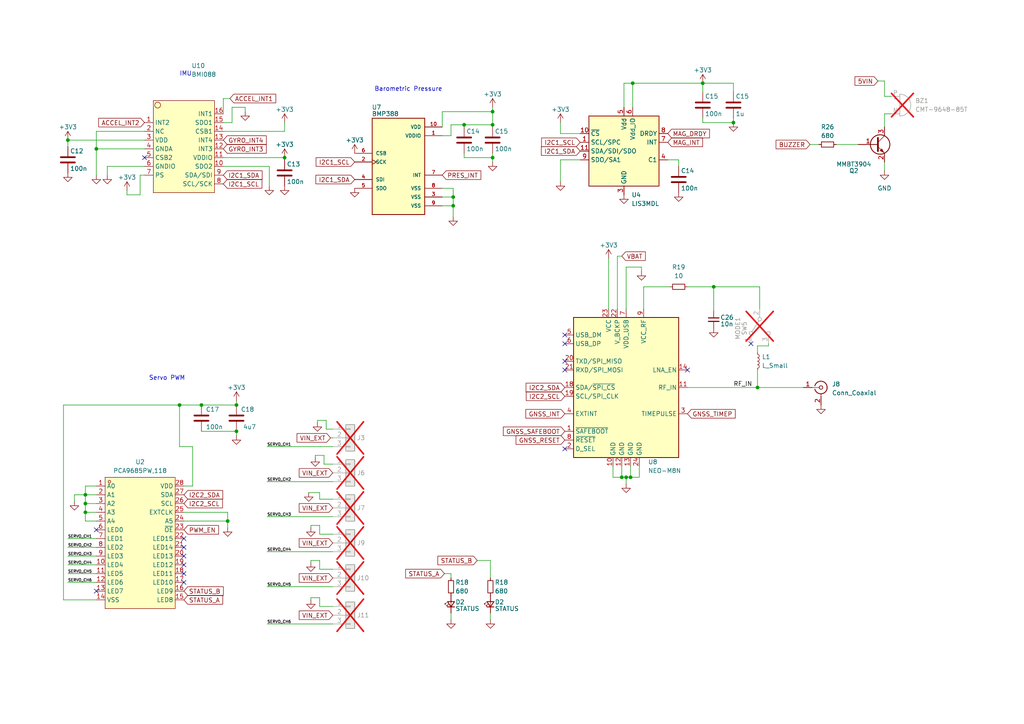
<source format=kicad_sch>
(kicad_sch (version 20230121) (generator eeschema)
  (paper "A4")
  (lib_symbols
    (symbol "Connector:Conn_Coaxial" (pin_names (offset 1.016) hide)
      (property "Reference" "J" (at 0.254 3.048 0))
      (property "Value" "Conn_Coaxial" (at 2.921 0 90))
      (symbol "Conn_Coaxial_0_1"
        (arc (start -1.778 -0.508) (mid 0.2311 -1.8066) (end 1.778 0) (stroke (width 0.254)))
        (polyline (pts (xy -2.54 0) (xy -0.508 0)))
        (polyline (pts (xy 0 -2.54) (xy 0 -1.778)))
        (circle (center 0 0) (radius 0.508) (stroke (width 0.2032)))
        (arc (start 1.778 0) (mid 0.2099 1.8101) (end -1.778 0.508) (stroke (width 0.254)))
      )
      (symbol "Conn_Coaxial_1_1"
        (pin passive line (at -5.08 0 0) (length 2.54) (name "In") (number "1"))
        (pin passive line (at 0 -5.08 90) (length 2.54) (name "Ext") (number "2"))
      )
    )
    (symbol "Connector_Generic:Conn_01x03" (pin_names (offset 1.016) hide)
      (property "Reference" "J" (at 0 5.08 0))
      (property "Value" "Conn_01x03" (at 0 -5.08 0))
      (symbol "Conn_01x03_1_1"
        (rectangle (start -1.27 -2.413) (end 0 -2.667) (stroke (width 0.1524)))
        (rectangle (start -1.27 0.127) (end 0 -0.127) (stroke (width 0.1524)))
        (rectangle (start -1.27 2.667) (end 0 2.413) (stroke (width 0.1524)))
        (rectangle (start -1.27 3.81) (end 1.27 -3.81) (stroke (width 0.254)) (fill (type background)))
        (pin passive line (at -5.08 2.54 0) (length 3.81) (name "Pin_1") (number "1"))
        (pin passive line (at -5.08 0 0) (length 3.81) (name "Pin_2") (number "2"))
        (pin passive line (at -5.08 -2.54 0) (length 3.81) (name "Pin_3") (number "3"))
      )
    )
    (symbol "Device:Buzzer" (pin_names (offset 0.0254) hide)
      (property "Reference" "BZ1" (at 4.445 1.27 0))
      (property "Value" "CMT-9648-85T" (at 4.445 -1.27 0))
      (symbol "Buzzer_0_1"
        (arc (start 0 -3.175) (mid 3.1612 0) (end 0 3.175))
        (polyline (pts (xy -1.651 1.905) (xy -1.143 1.905)))
        (polyline (pts (xy -1.397 2.159) (xy -1.397 1.651)))
        (polyline (pts (xy 0 3.175) (xy 0 -3.175)))
      )
      (symbol "Buzzer_1_1"
        (pin passive line (at -2.54 -2.54 0) (length 2.54) (name "+") (number "N"))
        (pin passive line (at -2.54 2.54 0) (length 2.54) (name "-") (number "P"))
      )
    )
    (symbol "Device:C" (pin_numbers hide) (pin_names (offset 0.254))
      (property "Reference" "C" (at 0.635 2.54 0))
      (property "Value" "C" (at 0.635 -2.54 0))
      (symbol "C_0_1"
        (polyline (pts (xy -2.032 -0.762) (xy 2.032 -0.762)) (stroke (width 0.508)))
        (polyline (pts (xy -2.032 0.762) (xy 2.032 0.762)) (stroke (width 0.508)))
      )
      (symbol "C_1_1"
        (pin passive line (at 0 3.81 270) (length 2.794) (name "~") (number "1"))
        (pin passive line (at 0 -3.81 90) (length 2.794) (name "~") (number "2"))
      )
    )
    (symbol "Device:C_Small" (pin_numbers hide) (pin_names (offset 0.254) hide)
      (property "Reference" "C" (at 0.254 1.778 0))
      (property "Value" "C_Small" (at 0.254 -2.032 0))
      (symbol "C_Small_0_1"
        (polyline (pts (xy -1.524 -0.508) (xy 1.524 -0.508)) (stroke (width 0.3302)))
        (polyline (pts (xy -1.524 0.508) (xy 1.524 0.508)) (stroke (width 0.3048)))
      )
      (symbol "C_Small_1_1"
        (pin passive line (at 0 2.54 270) (length 2.032) (name "~") (number "1"))
        (pin passive line (at 0 -2.54 90) (length 2.032) (name "~") (number "2"))
      )
    )
    (symbol "Device:LED_Small" (pin_numbers hide) (pin_names (offset 0.254) hide)
      (property "Reference" "D" (at -1.27 3.175 0))
      (property "Value" "LED_Small" (at -4.445 -2.54 0))
      (symbol "LED_Small_0_1"
        (polyline (pts (xy -0.762 -1.016) (xy -0.762 1.016)) (stroke (width 0.254)))
        (polyline (pts (xy 1.016 0) (xy -0.762 0)))
        (polyline (pts (xy 0.762 -1.016) (xy -0.762 0) (xy 0.762 1.016) (xy 0.762 -1.016)) (stroke (width 0.254)))
        (polyline (pts (xy 0 0.762) (xy -0.508 1.27) (xy -0.254 1.27) (xy -0.508 1.27) (xy -0.508 1.016)))
        (polyline (pts (xy 0.508 1.27) (xy 0 1.778) (xy 0.254 1.778) (xy 0 1.778) (xy 0 1.524)))
      )
      (symbol "LED_Small_1_1"
        (pin passive line (at -2.54 0 0) (length 1.778) (name "K") (number "1"))
        (pin passive line (at 2.54 0 180) (length 1.778) (name "A") (number "2"))
      )
    )
    (symbol "Device:L_Small" (pin_numbers hide) (pin_names (offset 0.254) hide)
      (property "Reference" "L" (at 0.762 1.016 0))
      (property "Value" "L_Small" (at 0.762 -1.016 0))
      (symbol "L_Small_0_1"
        (arc (start 0 -2.032) (mid 0.5058 -1.524) (end 0 -1.016))
        (arc (start 0 -1.016) (mid 0.5058 -0.508) (end 0 0))
        (arc (start 0 0) (mid 0.5058 0.508) (end 0 1.016))
        (arc (start 0 1.016) (mid 0.5058 1.524) (end 0 2.032))
      )
      (symbol "L_Small_1_1"
        (pin passive line (at 0 2.54 270) (length 0.508) (name "~") (number "1"))
        (pin passive line (at 0 -2.54 90) (length 0.508) (name "~") (number "2"))
      )
    )
    (symbol "Device:R_Small" (pin_numbers hide) (pin_names (offset 0.254) hide)
      (property "Reference" "R" (at 0.762 0.508 0))
      (property "Value" "R_Small" (at 0.762 -1.016 0))
      (symbol "R_Small_0_1"
        (rectangle (start -0.762 1.778) (end 0.762 -1.778) (stroke (width 0.2032)))
      )
      (symbol "R_Small_1_1"
        (pin passive line (at 0 2.54 270) (length 0.762) (name "~") (number "1"))
        (pin passive line (at 0 -2.54 90) (length 0.762) (name "~") (number "2"))
      )
    )
    (symbol "RF_GPS:NEO-M8N"
      (property "Reference" "U8" (at 6.35 -21.59 0))
      (property "Value" "NEO-M8N" (at 6.35 -24.13 0))
      (symbol "NEO-M8N_0_1"
        (rectangle (start -15.24 20.32) (end 15.24 -20.32) (stroke (width 0.254)) (fill (type background)))
      )
      (symbol "NEO-M8N_1_1"
        (pin input line (at -17.78 -12.7 0) (length 2.54) (name "~{SAFEBOOT}") (number "1"))
        (pin power_in line (at -3.81 -22.86 90) (length 2.54) (name "GND") (number "10"))
        (pin input line (at 17.78 0 180) (length 2.54) (name "RF_IN") (number "11"))
        (pin power_in line (at -1.27 -22.86 90) (length 2.54) (name "GND") (number "12"))
        (pin power_in line (at 1.27 -22.86 90) (length 2.54) (name "GND") (number "13"))
        (pin output line (at 17.78 5.08 180) (length 2.54) (name "LNA_EN") (number "14"))
        (pin no_connect line (at 15.24 -10.16 180) (length 2.54) hide (name "RESERVED") (number "15"))
        (pin no_connect line (at 15.24 -12.7 180) (length 2.54) hide (name "RESERVED") (number "16"))
        (pin no_connect line (at 15.24 -15.24 180) (length 2.54) hide (name "RESERVED") (number "17"))
        (pin bidirectional line (at -17.78 0 0) (length 2.54) (name "SDA/~{SPI_CS}") (number "18"))
        (pin input line (at -17.78 -2.54 0) (length 2.54) (name "SCL/SPI_CLK") (number "19"))
        (pin input line (at -17.78 -17.78 0) (length 2.54) (name "D_SEL") (number "2"))
        (pin output line (at -17.78 7.62 0) (length 2.54) (name "TXD/SPI_MISO") (number "20"))
        (pin input line (at -17.78 5.08 0) (length 2.54) (name "RXD/SPI_MOSI") (number "21"))
        (pin power_in line (at -2.54 22.86 270) (length 2.54) (name "V_BCKP") (number "22"))
        (pin power_in line (at -5.08 22.86 270) (length 2.54) (name "VCC") (number "23"))
        (pin power_in line (at 3.81 -22.86 90) (length 2.54) (name "GND") (number "24"))
        (pin output line (at 17.78 -7.62 180) (length 2.54) (name "TIMEPULSE") (number "3"))
        (pin input line (at -17.78 -7.62 0) (length 2.54) (name "EXTINT") (number "4"))
        (pin bidirectional line (at -17.78 15.24 0) (length 2.54) (name "USB_DM") (number "5"))
        (pin bidirectional line (at -17.78 12.7 0) (length 2.54) (name "USB_DP") (number "6"))
        (pin power_in line (at 0 22.86 270) (length 2.54) (name "VDD_USB") (number "7"))
        (pin input line (at -17.78 -15.24 0) (length 2.54) (name "~{RESET}") (number "8"))
        (pin power_out line (at 5.08 22.86 270) (length 2.54) (name "VCC_RF") (number "9"))
      )
    )
    (symbol "Sensor_Magnetic:LIS3MDL"
      (property "Reference" "U" (at -8.89 11.43 0))
      (property "Value" "LIS3MDL" (at 7.62 11.43 0))
      (symbol "LIS3MDL_0_1"
        (rectangle (start -10.16 10.16) (end 10.16 -10.16) (stroke (width 0.254)) (fill (type background)))
      )
      (symbol "LIS3MDL_1_1"
        (pin input line (at -12.7 2.54 0) (length 2.54) (name "SCL/SPC") (number "1"))
        (pin input line (at -12.7 5.08 0) (length 2.54) (name "~{CS}") (number "10"))
        (pin bidirectional line (at -12.7 0 0) (length 2.54) (name "SDA/SDI/SDO") (number "11"))
        (pin passive line (at 0 -12.7 90) (length 2.54) hide (name "GND") (number "12"))
        (pin passive line (at 0 -12.7 90) (length 2.54) hide (name "GND") (number "2"))
        (pin power_in line (at 0 -12.7 90) (length 2.54) (name "GND") (number "3"))
        (pin power_out line (at 12.7 -2.54 180) (length 2.54) (name "C1") (number "4"))
        (pin power_in line (at 0 12.7 270) (length 2.54) (name "Vdd") (number "5"))
        (pin power_in line (at 2.54 12.7 270) (length 2.54) (name "Vdd_IO") (number "6"))
        (pin output line (at 12.7 2.54 180) (length 2.54) (name "INT") (number "7"))
        (pin output line (at 12.7 5.08 180) (length 2.54) (name "DRDY") (number "8"))
        (pin bidirectional line (at -12.7 -2.54 0) (length 2.54) (name "SDO/SA1") (number "9"))
      )
    )
    (symbol "Switch:SW_SPDT" (pin_names (offset 0) hide)
      (property "Reference" "SW" (at 0 4.318 0))
      (property "Value" "SW_SPDT" (at 0 -5.08 0))
      (symbol "SW_SPDT_0_0"
        (circle (center -2.032 0) (radius 0.508))
        (circle (center 2.032 -2.54) (radius 0.508))
      )
      (symbol "SW_SPDT_0_1"
        (polyline (pts (xy -1.524 0.254) (xy 1.651 2.286)))
        (circle (center 2.032 2.54) (radius 0.508))
      )
      (symbol "SW_SPDT_1_1"
        (pin passive line (at 5.08 2.54 180) (length 2.54) (name "A") (number "1"))
        (pin passive line (at -5.08 0 0) (length 2.54) (name "B") (number "2"))
        (pin passive line (at 5.08 -2.54 180) (length 2.54) (name "C") (number "3"))
      )
    )
    (symbol "Transistor_BJT:MMBT3904" (pin_names (offset 0) hide)
      (property "Reference" "Q" (at 5.08 1.905 0))
      (property "Value" "MMBT3904" (at 5.08 0 0))
      (symbol "MMBT3904_0_1"
        (polyline (pts (xy 0.635 0.635) (xy 2.54 2.54)))
        (polyline (pts (xy 0.635 -0.635) (xy 2.54 -2.54) (xy 2.54 -2.54)))
        (polyline (pts (xy 0.635 1.905) (xy 0.635 -1.905) (xy 0.635 -1.905)) (stroke (width 0.508)))
        (polyline (pts (xy 1.27 -1.778) (xy 1.778 -1.27) (xy 2.286 -2.286) (xy 1.27 -1.778) (xy 1.27 -1.778)) (fill (type outline)))
        (circle (center 1.27 0) (radius 2.8194) (stroke (width 0.254)))
      )
      (symbol "MMBT3904_1_1"
        (pin input line (at -5.08 0 0) (length 5.715) (name "B") (number "1"))
        (pin passive line (at 2.54 -5.08 90) (length 2.54) (name "E") (number "2"))
        (pin passive line (at 2.54 5.08 270) (length 2.54) (name "C") (number "3"))
      )
    )
    (symbol "ofc_sym:BMI088"
      (property "Reference" "U10" (at 2.1941 24.13 0))
      (property "Value" "BMI088" (at 2.1941 21.59 0))
      (symbol "BMI088_0_1"
        (rectangle (start -8.89 13.97) (end 8.89 -12.7) (fill (type background)))
        (circle (center -7.62 12.7) (radius 0.8497))
        (pin unspecified line (at -11.43 7.62 0) (length 2.54) (name "INT2") (number "1"))
        (pin unspecified line (at 11.43 -5.08 180) (length 2.54) (name "SDO2") (number "10"))
        (pin unspecified line (at 11.43 -2.54 180) (length 2.54) (name "VDDIO") (number "11"))
        (pin unspecified line (at 11.43 0 180) (length 2.54) (name "INT3") (number "12"))
        (pin unspecified line (at 11.43 2.54 180) (length 2.54) (name "INT4") (number "13"))
        (pin unspecified line (at 11.43 5.08 180) (length 2.54) (name "CSB1") (number "14"))
        (pin unspecified line (at 11.43 7.62 180) (length 2.54) (name "SDO1") (number "15"))
        (pin unspecified line (at 11.43 10.16 180) (length 2.54) (name "INT1") (number "16"))
        (pin unspecified line (at -11.43 5.08 0) (length 2.54) (name "NC") (number "2"))
        (pin unspecified line (at -11.43 2.54 0) (length 2.54) (name "VDD") (number "3"))
        (pin unspecified line (at -11.43 0 0) (length 2.54) (name "GNDA") (number "4"))
        (pin unspecified line (at -11.43 -2.54 0) (length 2.54) (name "CSB2") (number "5"))
        (pin unspecified line (at -11.43 -5.08 0) (length 2.54) (name "GNDIO") (number "6"))
        (pin unspecified line (at -11.43 -7.62 0) (length 2.54) (name "PS") (number "7"))
        (pin unspecified line (at 11.43 -10.16 180) (length 2.54) (name "SCL/SCK") (number "8"))
        (pin unspecified line (at 11.43 -7.62 180) (length 2.54) (name "SDA/SDI") (number "9"))
      )
    )
    (symbol "ofc_sym:PCA9685PW,118"
      (property "Reference" "U" (at 0 21.59 0))
      (property "Value" "PCA9685PW,118" (at 0 -21.59 0))
      (symbol "PCA9685PW,118_0_1"
        (rectangle (start -10.16 19.05) (end 10.16 -19.05) (fill (type background)))
        (circle (center -8.89 17.78) (radius 0.38))
        (pin unspecified line (at -12.7 16.51 0) (length 2.54) (name "A0") (number "1"))
        (pin unspecified line (at -12.7 -6.35 0) (length 2.54) (name "LED4") (number "10"))
        (pin unspecified line (at -12.7 -8.89 0) (length 2.54) (name "LED5") (number "11"))
        (pin unspecified line (at -12.7 -11.43 0) (length 2.54) (name "LED6") (number "12"))
        (pin unspecified line (at -12.7 -13.97 0) (length 2.54) (name "LED7") (number "13"))
        (pin unspecified line (at -12.7 -16.51 0) (length 2.54) (name "VSS") (number "14"))
        (pin unspecified line (at 12.7 -16.51 180) (length 2.54) (name "LED8") (number "15"))
        (pin unspecified line (at 12.7 -13.97 180) (length 2.54) (name "LED9") (number "16"))
        (pin unspecified line (at 12.7 -11.43 180) (length 2.54) (name "LED10") (number "17"))
        (pin unspecified line (at 12.7 -8.89 180) (length 2.54) (name "LED11") (number "18"))
        (pin unspecified line (at 12.7 -6.35 180) (length 2.54) (name "LED12") (number "19"))
        (pin unspecified line (at -12.7 13.97 0) (length 2.54) (name "A1") (number "2"))
        (pin unspecified line (at 12.7 -3.81 180) (length 2.54) (name "LED13") (number "20"))
        (pin unspecified line (at 12.7 -1.27 180) (length 2.54) (name "LED14") (number "21"))
        (pin unspecified line (at 12.7 1.27 180) (length 2.54) (name "LED15") (number "22"))
        (pin unspecified line (at 12.7 3.81 180) (length 2.54) (name "~{OE}") (number "23"))
        (pin unspecified line (at 12.7 6.35 180) (length 2.54) (name "A5") (number "24"))
        (pin unspecified line (at 12.7 8.89 180) (length 2.54) (name "EXTCLK") (number "25"))
        (pin unspecified line (at 12.7 11.43 180) (length 2.54) (name "SCL") (number "26"))
        (pin unspecified line (at 12.7 13.97 180) (length 2.54) (name "SDA") (number "27"))
        (pin unspecified line (at 12.7 16.51 180) (length 2.54) (name "VDD") (number "28"))
        (pin unspecified line (at -12.7 11.43 0) (length 2.54) (name "A2") (number "3"))
        (pin unspecified line (at -12.7 8.89 0) (length 2.54) (name "A3") (number "4"))
        (pin unspecified line (at -12.7 6.35 0) (length 2.54) (name "A4") (number "5"))
        (pin unspecified line (at -12.7 3.81 0) (length 2.54) (name "LED0") (number "6"))
        (pin unspecified line (at -12.7 1.27 0) (length 2.54) (name "LED1") (number "7"))
        (pin unspecified line (at -12.7 -1.27 0) (length 2.54) (name "LED2") (number "8"))
        (pin unspecified line (at -12.7 -3.81 0) (length 2.54) (name "LED3") (number "9"))
      )
    )
    (symbol "ollyfc:BMP388" (pin_names (offset 1.016))
      (property "Reference" "U4" (at -6.35 18.415 0))
      (property "Value" "BMP388" (at -3.81 16.51 0))
      (symbol "BMP388_0_0"
        (rectangle (start -7.62 15.24) (end 7.62 -12.7) (stroke (width 0.254)) (fill (type background)))
        (pin power_in line (at 12.7 10.16 180) (length 5.08) (name "VDDIO") (number "1"))
        (pin power_in line (at 12.7 12.7 180) (length 5.08) (name "VDD") (number "10"))
        (pin input clock (at -12.7 2.54 0) (length 5.08) (name "SCK") (number "2"))
        (pin power_in line (at 12.7 -7.62 180) (length 5.08) (name "VSS") (number "3"))
        (pin bidirectional line (at -12.7 -2.54 0) (length 5.08) (name "SDI") (number "4"))
        (pin bidirectional line (at -12.7 -5.08 0) (length 5.08) (name "SDO") (number "5"))
        (pin input line (at -12.7 5.08 0) (length 5.08) (name "CSB") (number "6"))
        (pin output line (at 12.7 -1.27 180) (length 5.08) (name "INT") (number "7"))
        (pin power_in line (at 12.7 -5.08 180) (length 5.08) (name "VSS") (number "8"))
        (pin power_in line (at 12.7 -10.16 180) (length 5.08) (name "VSS") (number "9"))
      )
    )
    (symbol "power:+3V3" (power) (pin_names (offset 0))
      (property "Value" "+3V3" (at 0 3.556 0))
      (symbol "+3V3_0_1"
        (polyline (pts (xy -0.762 1.27) (xy 0 2.54)))
        (polyline (pts (xy 0 0) (xy 0 2.54)))
        (polyline (pts (xy 0 2.54) (xy 0.762 1.27)))
      )
      (symbol "+3V3_1_1"
        (pin power_in line (at 0 0 90) (length 0) hide (name "+3V3") (number "1"))
      )
    )
    (symbol "power:GND" (power) (pin_names (offset 0))
      (property "Value" "GND" (at 0 -3.81 0))
      (symbol "GND_0_1"
        (polyline (pts (xy 0 0) (xy 0 -1.27) (xy 1.27 -1.27) (xy 0 -2.54) (xy -1.27 -1.27) (xy 0 -1.27)))
      )
      (symbol "GND_1_1"
        (pin power_in line (at 0 0 270) (length 0) hide (name "GND") (number "1"))
      )
    )
  )
  (junction (at 142.875 45.72))
  (junction (at 82.55 45.72))
  (junction (at 182.88 138.43))
  (junction (at 207.01 83.185))
  (junction (at 66.04 151.13))
  (junction (at 131.445 59.69))
  (junction (at 212.725 35.56))
  (junction (at 142.875 32.385))
  (junction (at 68.58 117.475))
  (junction (at 219.71 112.395))
  (junction (at 19.685 40.64))
  (junction (at 183.515 24.13))
  (junction (at 134.62 36.195))
  (junction (at 68.58 125.095))
  (junction (at 24.765 143.51))
  (junction (at 52.07 117.475))
  (junction (at 27.94 43.18))
  (junction (at 203.835 24.13))
  (junction (at 142.875 36.195))
  (junction (at 180.34 138.43))
  (junction (at 24.765 148.59))
  (junction (at 58.42 117.475))
  (junction (at 131.445 57.15))
  (junction (at 181.61 138.43))
  (junction (at 24.765 146.05))
  (no_connect (at 41.91 45.72))
  (no_connect (at 27.94 153.67))
  (no_connect (at 53.34 166.37))
  (no_connect (at 163.83 130.175))
  (no_connect (at 163.83 107.315))
  (no_connect (at 53.34 156.21))
  (no_connect (at 163.83 104.775))
  (no_connect (at 53.34 168.91))
  (no_connect (at 199.39 107.315))
  (no_connect (at 163.83 97.155))
  (no_connect (at 53.34 161.29))
  (no_connect (at 163.83 99.695))
  (no_connect (at 217.805 99.695))
  (no_connect (at 53.34 163.83))
  (no_connect (at 27.94 171.45))
  (no_connect (at 53.34 158.75))
  (wire (pts (xy 222.885 99.695) (xy 222.885 100.33)))
  (wire (pts (xy 183.515 24.13) (xy 203.835 24.13)))
  (wire (pts (xy 92.71 144.78) (xy 92.71 142.875)))
  (wire (pts (xy 67.31 31.115) (xy 71.12 31.115)))
  (wire (pts (xy 77.47 160.02) (xy 96.52 160.02)))
  (wire (pts (xy 19.685 166.37) (xy 27.94 166.37)))
  (wire (pts (xy 64.77 35.56) (xy 67.31 35.56)))
  (wire (pts (xy 89.535 142.875) (xy 92.71 142.875)))
  (wire (pts (xy 142.875 36.195) (xy 142.875 36.83)))
  (wire (pts (xy 64.77 38.1) (xy 82.55 38.1)))
  (wire (pts (xy 91.44 132.08) (xy 91.44 132.715)))
  (wire (pts (xy 212.725 26.67) (xy 212.725 24.13)))
  (wire (pts (xy 128.27 32.385) (xy 142.875 32.385)))
  (wire (pts (xy 219.71 107.315) (xy 219.71 112.395)))
  (wire (pts (xy 68.58 116.205) (xy 68.58 117.475)))
  (wire (pts (xy 183.515 24.13) (xy 183.515 31.115)))
  (wire (pts (xy 66.04 151.13) (xy 66.04 153.035)))
  (wire (pts (xy 24.765 143.51) (xy 24.765 140.97)))
  (wire (pts (xy 24.765 143.51) (xy 27.94 143.51)))
  (wire (pts (xy 19.685 161.29) (xy 27.94 161.29)))
  (wire (pts (xy 142.875 44.45) (xy 142.875 45.72)))
  (wire (pts (xy 58.42 125.095) (xy 68.58 125.095)))
  (wire (pts (xy 186.69 83.185) (xy 186.69 89.535)))
  (wire (pts (xy 92.71 175.895) (xy 92.71 173.355)))
  (wire (pts (xy 162.56 46.355) (xy 162.56 52.705)))
  (wire (pts (xy 90.17 162.56) (xy 90.17 163.195)))
  (wire (pts (xy 64.77 28.575) (xy 64.77 33.02)))
  (wire (pts (xy 31.115 48.26) (xy 31.115 50.8)))
  (wire (pts (xy 128.905 166.37) (xy 130.81 166.37)))
  (wire (pts (xy 71.12 31.115) (xy 71.12 32.385)))
  (wire (pts (xy 258.445 27.94) (xy 256.54 27.94)))
  (wire (pts (xy 24.765 151.13) (xy 24.765 148.59)))
  (wire (pts (xy 142.24 162.56) (xy 142.24 167.64)))
  (wire (pts (xy 94.615 124.46) (xy 94.615 121.92)))
  (wire (pts (xy 40.64 50.8) (xy 40.64 56.515)))
  (wire (pts (xy 179.07 74.295) (xy 180.34 74.295)))
  (wire (pts (xy 92.71 152.4) (xy 90.17 152.4)))
  (wire (pts (xy 77.47 139.7) (xy 96.52 139.7)))
  (wire (pts (xy 193.675 46.355) (xy 196.85 46.355)))
  (wire (pts (xy 185.42 138.43) (xy 182.88 138.43)))
  (wire (pts (xy 128.27 54.61) (xy 131.445 54.61)))
  (wire (pts (xy 27.94 173.99) (xy 18.415 173.99)))
  (wire (pts (xy 27.94 50.8) (xy 27.94 43.18)))
  (wire (pts (xy 77.47 170.18) (xy 96.52 170.18)))
  (wire (pts (xy 134.62 36.195) (xy 134.62 36.83)))
  (wire (pts (xy 176.53 74.93) (xy 176.53 89.535)))
  (wire (pts (xy 142.875 46.99) (xy 142.875 45.72)))
  (wire (pts (xy 18.415 173.99) (xy 18.415 117.475)))
  (wire (pts (xy 92.71 162.56) (xy 90.17 162.56)))
  (wire (pts (xy 36.83 55.245) (xy 36.83 56.515)))
  (wire (pts (xy 142.875 31.115) (xy 142.875 32.385)))
  (wire (pts (xy 24.765 146.05) (xy 24.765 143.51)))
  (wire (pts (xy 19.685 163.83) (xy 27.94 163.83)))
  (wire (pts (xy 203.835 34.29) (xy 203.835 35.56)))
  (wire (pts (xy 24.765 148.59) (xy 24.765 146.05)))
  (wire (pts (xy 256.54 23.495) (xy 256.54 27.94)))
  (wire (pts (xy 131.445 57.15) (xy 131.445 59.69)))
  (wire (pts (xy 93.98 132.08) (xy 91.44 132.08)))
  (wire (pts (xy 234.95 41.91) (xy 237.49 41.91)))
  (wire (pts (xy 186.055 77.47) (xy 186.055 78.74)))
  (wire (pts (xy 256.54 33.02) (xy 258.445 33.02)))
  (wire (pts (xy 142.875 32.385) (xy 142.875 36.195)))
  (wire (pts (xy 220.345 89.535) (xy 220.345 83.185)))
  (wire (pts (xy 219.71 100.33) (xy 219.71 102.235)))
  (wire (pts (xy 24.765 140.97) (xy 27.94 140.97)))
  (wire (pts (xy 41.91 40.64) (xy 19.685 40.64)))
  (wire (pts (xy 41.91 50.8) (xy 40.64 50.8)))
  (wire (pts (xy 96.52 144.78) (xy 92.71 144.78)))
  (wire (pts (xy 27.94 43.18) (xy 41.91 43.18)))
  (wire (pts (xy 92.71 165.1) (xy 92.71 162.56)))
  (wire (pts (xy 207.01 83.185) (xy 220.345 83.185)))
  (wire (pts (xy 128.27 59.69) (xy 131.445 59.69)))
  (wire (pts (xy 168.275 38.735) (xy 162.56 38.735)))
  (wire (pts (xy 207.01 83.185) (xy 207.01 90.17)))
  (wire (pts (xy 162.56 35.56) (xy 162.56 38.735)))
  (wire (pts (xy 53.34 148.59) (xy 66.04 148.59)))
  (wire (pts (xy 41.91 38.1) (xy 27.94 38.1)))
  (wire (pts (xy 92.075 121.92) (xy 92.075 122.555)))
  (wire (pts (xy 180.975 31.115) (xy 180.975 24.13)))
  (wire (pts (xy 181.61 138.43) (xy 181.61 140.335)))
  (wire (pts (xy 21.59 143.51) (xy 24.765 143.51)))
  (wire (pts (xy 219.71 112.395) (xy 233.045 112.395)))
  (wire (pts (xy 96.52 165.1) (xy 92.71 165.1)))
  (wire (pts (xy 203.835 24.13) (xy 203.835 26.67)))
  (wire (pts (xy 130.81 177.8) (xy 130.81 179.705)))
  (wire (pts (xy 58.42 117.475) (xy 68.58 117.475)))
  (wire (pts (xy 66.04 148.59) (xy 66.04 151.13)))
  (wire (pts (xy 90.17 152.4) (xy 90.17 153.035)))
  (wire (pts (xy 52.07 129.54) (xy 52.07 117.475)))
  (wire (pts (xy 256.54 23.495) (xy 254.635 23.495)))
  (wire (pts (xy 55.88 140.97) (xy 55.88 129.54)))
  (wire (pts (xy 130.81 36.195) (xy 130.81 39.37)))
  (wire (pts (xy 66.675 28.575) (xy 64.77 28.575)))
  (wire (pts (xy 27.94 38.1) (xy 27.94 43.18)))
  (wire (pts (xy 93.98 134.62) (xy 93.98 132.08)))
  (wire (pts (xy 142.24 177.8) (xy 142.24 179.705)))
  (wire (pts (xy 18.415 117.475) (xy 52.07 117.475)))
  (wire (pts (xy 138.43 162.56) (xy 142.24 162.56)))
  (wire (pts (xy 128.27 57.15) (xy 131.445 57.15)))
  (wire (pts (xy 134.62 44.45) (xy 134.62 45.72)))
  (wire (pts (xy 185.42 135.255) (xy 185.42 138.43)))
  (wire (pts (xy 92.71 154.94) (xy 92.71 152.4)))
  (wire (pts (xy 182.88 138.43) (xy 181.61 138.43)))
  (wire (pts (xy 82.55 45.72) (xy 82.55 46.355)))
  (wire (pts (xy 131.445 59.69) (xy 131.445 62.865)))
  (wire (pts (xy 256.54 46.99) (xy 256.54 49.53)))
  (wire (pts (xy 194.31 83.185) (xy 186.69 83.185)))
  (wire (pts (xy 203.835 24.13) (xy 212.725 24.13)))
  (wire (pts (xy 77.47 149.86) (xy 96.52 149.86)))
  (wire (pts (xy 92.71 173.355) (xy 90.17 173.355)))
  (wire (pts (xy 181.61 138.43) (xy 180.34 138.43)))
  (wire (pts (xy 96.52 154.94) (xy 92.71 154.94)))
  (wire (pts (xy 212.725 35.56) (xy 212.725 34.29)))
  (wire (pts (xy 180.34 138.43) (xy 177.8 138.43)))
  (wire (pts (xy 199.39 112.395) (xy 219.71 112.395)))
  (wire (pts (xy 27.94 151.13) (xy 24.765 151.13)))
  (wire (pts (xy 82.55 35.56) (xy 82.55 38.1)))
  (wire (pts (xy 64.77 45.72) (xy 82.55 45.72)))
  (wire (pts (xy 199.39 83.185) (xy 207.01 83.185)))
  (wire (pts (xy 94.615 121.92) (xy 92.075 121.92)))
  (wire (pts (xy 134.62 45.72) (xy 142.875 45.72)))
  (wire (pts (xy 40.64 56.515) (xy 36.83 56.515)))
  (wire (pts (xy 78.105 48.26) (xy 64.77 48.26)))
  (wire (pts (xy 78.105 53.975) (xy 78.105 48.26)))
  (wire (pts (xy 181.61 89.535) (xy 181.61 77.47)))
  (wire (pts (xy 53.34 151.13) (xy 66.04 151.13)))
  (wire (pts (xy 90.17 173.355) (xy 90.17 173.99)))
  (wire (pts (xy 77.47 129.54) (xy 96.52 129.54)))
  (wire (pts (xy 96.52 127) (xy 95.885 127)))
  (wire (pts (xy 180.34 135.255) (xy 180.34 138.43)))
  (wire (pts (xy 19.685 156.21) (xy 27.94 156.21)))
  (wire (pts (xy 180.975 24.13) (xy 183.515 24.13)))
  (wire (pts (xy 68.58 125.095) (xy 68.58 126.365)))
  (wire (pts (xy 77.47 180.975) (xy 96.52 180.975)))
  (wire (pts (xy 96.52 175.895) (xy 92.71 175.895)))
  (wire (pts (xy 130.81 36.195) (xy 134.62 36.195)))
  (wire (pts (xy 52.07 117.475) (xy 58.42 117.475)))
  (wire (pts (xy 131.445 54.61) (xy 131.445 57.15)))
  (wire (pts (xy 179.07 74.295) (xy 179.07 89.535)))
  (wire (pts (xy 24.765 148.59) (xy 27.94 148.59)))
  (wire (pts (xy 196.85 46.355) (xy 196.85 48.26)))
  (wire (pts (xy 41.91 48.26) (xy 31.115 48.26)))
  (wire (pts (xy 134.62 36.195) (xy 142.875 36.195)))
  (wire (pts (xy 96.52 134.62) (xy 93.98 134.62)))
  (wire (pts (xy 24.765 146.05) (xy 27.94 146.05)))
  (wire (pts (xy 181.61 77.47) (xy 186.055 77.47)))
  (wire (pts (xy 128.27 32.385) (xy 128.27 36.83)))
  (wire (pts (xy 21.59 145.415) (xy 21.59 143.51)))
  (wire (pts (xy 222.885 100.33) (xy 219.71 100.33)))
  (wire (pts (xy 19.685 158.75) (xy 27.94 158.75)))
  (wire (pts (xy 19.685 40.64) (xy 19.685 42.545)))
  (wire (pts (xy 19.685 168.91) (xy 27.94 168.91)))
  (wire (pts (xy 256.54 36.83) (xy 256.54 33.02)))
  (wire (pts (xy 96.52 124.46) (xy 94.615 124.46)))
  (wire (pts (xy 242.57 41.91) (xy 248.92 41.91)))
  (wire (pts (xy 53.34 140.97) (xy 55.88 140.97)))
  (wire (pts (xy 130.81 166.37) (xy 130.81 167.64)))
  (wire (pts (xy 67.31 35.56) (xy 67.31 31.115)))
  (wire (pts (xy 182.88 135.255) (xy 182.88 138.43)))
  (wire (pts (xy 130.81 39.37) (xy 128.27 39.37)))
  (wire (pts (xy 177.8 138.43) (xy 177.8 135.255)))
  (wire (pts (xy 55.88 129.54) (xy 52.07 129.54)))
  (wire (pts (xy 203.835 35.56) (xy 212.725 35.56)))
  (wire (pts (xy 168.275 46.355) (xy 162.56 46.355)))
  (text "Servo PWM" (at 43.18 110.49 0) (effects (font (size 1.27 1.27)) (justify left bottom)))
  (text "IMU" (at 52.07 22.225 0) (effects (font (size 1.27 1.27)) (justify left bottom)))
  (text "Barometric Pressure" (at 108.585 26.67 0) (effects (font (size 1.27 1.27)) (justify left bottom)))
  (label "SERVO_CH4" (at 19.685 163.83 0) (effects (font (size 0.8 0.8))))
  (label "SERVO_CH2" (at 77.47 139.7 0) (effects (font (size 0.8 0.8))))
  (label "SERVO_CH4" (at 77.47 160.02 0) (effects (font (size 0.8 0.8))))
  (label "SERVO_CH3" (at 19.685 161.29 0) (effects (font (size 0.8 0.8))))
  (label "SERVO_CH5" (at 19.685 166.37 0) (effects (font (size 0.8 0.8))))
  (label "SERVO_CH6" (at 77.47 180.975 0) (effects (font (size 0.8 0.8))))
  (label "SERVO_CH1" (at 19.685 156.21 0) (effects (font (size 0.8 0.8))))
  (label "SERVO_CH2" (at 19.685 158.75 0) (effects (font (size 0.8 0.8))))
  (label "RF_IN" (at 212.725 112.395 0))
  (label "SERVO_CH1" (at 77.47 129.54 0) (effects (font (size 0.8 0.8))))
  (label "SERVO_CH5" (at 77.47 170.18 0) (effects (font (size 0.8 0.8))))
  (label "SERVO_CH3" (at 77.47 149.86 0) (effects (font (size 0.8 0.8))))
  (label "SERVO_CH6" (at 19.685 168.91 0) (effects (font (size 0.8 0.8))))
  (global_label "ACCEL_INT2" (shape input) (at 41.91 35.56 180) (property "Intersheetrefs" "${INTERSHEET_REFS}" (effects hide)))
  (global_label "PRES_INT" (shape input) (at 128.27 50.8 0) (property "Intersheetrefs" "${INTERSHEET_REFS}" (effects hide)))
  (global_label "VIN_EXT" (shape input) (at 96.52 178.435 180) (property "Intersheetrefs" "${INTERSHEET_REFS}" (effects hide)))
  (global_label "ACCEL_INT1" (shape input) (at 66.675 28.575 0) (property "Intersheetrefs" "${INTERSHEET_REFS}" (effects hide)))
  (global_label "I2C1_SDA" (shape input) (at 102.87 52.07 180) (property "Intersheetrefs" "${INTERSHEET_REFS}" (effects hide)))
  (global_label "MAG_INT" (shape input) (at 193.675 41.275 0) (property "Intersheetrefs" "${INTERSHEET_REFS}" (effects hide)))
  (global_label "VIN_EXT" (shape input) (at 96.52 157.48 180) (property "Intersheetrefs" "${INTERSHEET_REFS}" (effects hide)))
  (global_label "BUZZER" (shape input) (at 234.95 41.91 180) (property "Intersheetrefs" "${INTERSHEET_REFS}" (effects hide)))
  (global_label "VIN_EXT" (shape input) (at 95.885 127 180) (property "Intersheetrefs" "${INTERSHEET_REFS}" (effects hide)))
  (global_label "I2C1_SCL" (shape input) (at 168.275 41.275 180) (property "Intersheetrefs" "${INTERSHEET_REFS}" (effects hide)))
  (global_label "I2C1_SCL" (shape input) (at 102.87 46.99 180) (property "Intersheetrefs" "${INTERSHEET_REFS}" (effects hide)))
  (global_label "VIN_EXT" (shape input) (at 96.52 147.32 180) (property "Intersheetrefs" "${INTERSHEET_REFS}" (effects hide)))
  (global_label "VBAT" (shape input) (at 180.34 74.295 0) (property "Intersheetrefs" "${INTERSHEET_REFS}" (effects hide)))
  (global_label "STATUS_A" (shape input) (at 53.34 173.99 0) (property "Intersheetrefs" "${INTERSHEET_REFS}" (effects hide)))
  (global_label "I2C1_SDA" (shape input) (at 64.77 50.8 0) (property "Intersheetrefs" "${INTERSHEET_REFS}" (effects hide)))
  (global_label "GNSS_RESET" (shape input) (at 163.83 127.635 180) (property "Intersheetrefs" "${INTERSHEET_REFS}" (effects hide)))
  (global_label "I2C2_SDA" (shape input) (at 163.83 112.395 180) (property "Intersheetrefs" "${INTERSHEET_REFS}" (effects hide)))
  (global_label "GNSS_INT" (shape input) (at 163.83 120.015 180) (property "Intersheetrefs" "${INTERSHEET_REFS}" (effects hide)))
  (global_label "GNSS_TIMEP" (shape input) (at 199.39 120.015 0) (property "Intersheetrefs" "${INTERSHEET_REFS}" (effects hide)))
  (global_label "STATUS_B" (shape input) (at 53.34 171.45 0) (property "Intersheetrefs" "${INTERSHEET_REFS}" (effects hide)))
  (global_label "GNSS_SAFEBOOT" (shape input) (at 163.83 125.095 180) (property "Intersheetrefs" "${INTERSHEET_REFS}" (effects hide)))
  (global_label "PWM_EN" (shape input) (at 53.34 153.67 0) (property "Intersheetrefs" "${INTERSHEET_REFS}" (effects hide)))
  (global_label "5VIN" (shape input) (at 254.635 23.495 180) (property "Intersheetrefs" "${INTERSHEET_REFS}" (effects hide)))
  (global_label "I2C2_SCL" (shape input) (at 53.34 146.05 0) (property "Intersheetrefs" "${INTERSHEET_REFS}" (effects hide)))
  (global_label "VIN_EXT" (shape input) (at 96.52 137.16 180) (property "Intersheetrefs" "${INTERSHEET_REFS}" (effects hide)))
  (global_label "MAG_DRDY" (shape input) (at 193.675 38.735 0) (property "Intersheetrefs" "${INTERSHEET_REFS}" (effects hide)))
  (global_label "I2C1_SDA" (shape input) (at 168.275 43.815 180) (property "Intersheetrefs" "${INTERSHEET_REFS}" (effects hide)))
  (global_label "GYRO_INT4" (shape input) (at 64.77 40.64 0) (property "Intersheetrefs" "${INTERSHEET_REFS}" (effects hide)))
  (global_label "STATUS_B" (shape input) (at 138.43 162.56 180) (property "Intersheetrefs" "${INTERSHEET_REFS}" (effects hide)))
  (global_label "I2C2_SCL" (shape input) (at 163.83 114.935 180) (property "Intersheetrefs" "${INTERSHEET_REFS}" (effects hide)))
  (global_label "VIN_EXT" (shape input) (at 96.52 167.64 180) (property "Intersheetrefs" "${INTERSHEET_REFS}" (effects hide)))
  (global_label "I2C1_SCL" (shape input) (at 64.77 53.34 0) (property "Intersheetrefs" "${INTERSHEET_REFS}" (effects hide)))
  (global_label "STATUS_A" (shape input) (at 128.905 166.37 180) (property "Intersheetrefs" "${INTERSHEET_REFS}" (effects hide)))
  (global_label "I2C2_SDA" (shape input) (at 53.34 143.51 0) (property "Intersheetrefs" "${INTERSHEET_REFS}" (effects hide)))
  (global_label "GYRO_INT3" (shape input) (at 64.77 43.18 0) (property "Intersheetrefs" "${INTERSHEET_REFS}" (effects hide)))
  (symbol (lib_id "Device:L_Small") (at 219.71 104.775 0) (unit 1)
    (property "Reference" "L1" (at 220.98 103.505 0) (effects (justify left)))
    (property "Value" "L_Small" (at 220.98 106.045 0) (effects (justify left)))
    (property "Footprint" "Inductor_SMD:L_0603_1608Metric" (effects hide))
  )
  (symbol (lib_id "Connector_Generic:Conn_01x03") (at 101.6 178.435 0) (unit 1) (dnp yes)
    (property "Reference" "J11" (at 103.505 178.435 0) (effects (justify left)))
    (property "Value" "Conn_01x03" (effects hide))
    (property "Footprint" "Connector_JST:JST_PH_B3B-PH-K_1x03_P2.00mm_Vertical" (effects hide))
  )
  (symbol (lib_id "power:GND") (at 130.81 179.705 0) (mirror y) (unit 1)
    (property "Reference" "#PWR047" (effects hide))
    (property "Value" "GND" (effects hide))
    (instances (project "ollyfc" (path "" (reference "#PWR047") (unit 1)) (path "" (reference "#PWR046") (unit 1)) (path "" (reference "#PWR050") (unit 1))))
  )
  (symbol (lib_id "Connector_Generic:Conn_01x03") (at 101.6 137.16 0) (unit 1) (dnp yes)
    (property "Reference" "J6" (at 103.505 137.16 0) (effects (justify left)))
    (property "Value" "Conn_01x03" (effects hide))
    (property "Footprint" "Connector_JST:JST_PH_B3B-PH-K_1x03_P2.00mm_Vertical" (effects hide))
  )
  (symbol (lib_id "Sensor_Magnetic:LIS3MDL") (at 180.975 43.815 0) (unit 1)
    (property "Reference" "U4" (at 183.1691 56.515 0) (effects (justify left)))
    (property "Value" "LIS3MDL" (at 183.1691 59.055 0) (effects (justify left)))
    (property "Footprint" "Package_LGA:LGA-12_2x2mm_P0.5mm" (effects hide))
    (property "Datasheet" "https://www.st.com/resource/en/datasheet/lis3mdl.pdf" (effects hide))
  )
  (symbol (lib_id "power:GND") (at 92.075 122.555 0) (unit 1)
    (property "Reference" "#PWR062" (effects hide))
    (property "Value" "GND" (effects hide))
  )
  (symbol (lib_id "power:GND") (at 90.17 163.195 0) (unit 1)
    (property "Reference" "#PWR065" (effects hide))
    (property "Value" "GND" (effects hide))
  )
  (symbol (lib_id "Device:C") (at 142.875 40.64 0) (unit 1)
    (property "Reference" "C15" (at 143.51 38.1 0) (effects (justify left)))
    (property "Value" "100n" (at 143.51 43.18 0) (effects (justify left)))
    (property "Footprint" "Capacitor_SMD:C_0402_1005Metric" (effects hide))
    (instances (project "ollyfc" (path "" (reference "C15") (unit 1)) (path "" (reference "C15") (unit 1))) (project "ollyfc" (path "" (reference "C14") (unit 1))))
  )
  (symbol (lib_id "power:+3V3") (at 68.58 116.205 0) (unit 1)
    (property "Reference" "#PWR020" (effects hide))
    (property "Value" "+3V3" (at 68.58 112.395 0))
  )
  (symbol (lib_id "Device:C_Small") (at 207.01 92.71 0) (unit 1)
    (property "Reference" "C26" (at 208.915 92.075 0) (effects (justify left)))
    (property "Value" "10n" (at 208.915 93.98 0) (effects (justify left)))
    (property "Footprint" "Capacitor_SMD:C_0402_1005Metric" (effects hide))
  )
  (symbol (lib_id "power:+3V3") (at 19.685 40.64 0) (unit 1)
    (property "Reference" "#PWR037" (effects hide))
    (property "Value" "+3V3" (at 19.685 36.83 0))
    (instances (project "ollyfc" (path "" (reference "#PWR037") (unit 1)) (path "" (reference "#PWR082") (unit 1))))
  )
  (symbol (lib_id "power:GND") (at 68.58 126.365 0) (unit 1)
    (property "Reference" "#PWR022" (effects hide))
    (property "Value" "GND" (effects hide))
    (instances (project "ollyfc" (path "" (reference "#PWR022") (unit 1)) (path "" (reference "#PWR022") (unit 1))) (project "ollyfc" (path "" (reference "#PWR020") (unit 1))))
  )
  (symbol (lib_id "power:GND") (at 78.105 53.975 0) (unit 1)
    (property "Reference" "#PWR031" (effects hide))
    (property "Value" "GND" (effects hide))
    (instances (project "ollyfc" (path "" (reference "#PWR031") (unit 1)) (path "" (reference "#PWR094") (unit 1))))
  )
  (symbol (lib_id "power:GND") (at 131.445 62.865 0) (unit 1)
    (property "Reference" "#PWR044" (effects hide))
    (property "Value" "GND" (effects hide))
    (instances (project "ollyfc" (path "" (reference "#PWR044") (unit 1)) (path "" (reference "#PWR044") (unit 1))) (project "ollyfc" (path "" (reference "#PWR023") (unit 1))))
  )
  (symbol (lib_id "power:+3V3") (at 102.87 44.45 0) (unit 1)
    (property "Reference" "#PWR037" (effects hide))
    (property "Value" "+3V3" (at 102.87 40.64 0))
  )
  (symbol (lib_id "power:GND") (at 89.535 142.875 0) (unit 1)
    (property "Reference" "#PWR063" (effects hide))
    (property "Value" "GND" (effects hide))
  )
  (symbol (lib_id "power:GND") (at 256.54 49.53 0) (unit 1)
    (property "Reference" "#PWR077" (effects hide))
    (property "Value" "GND" (at 256.54 54.61 0))
  )
  (symbol (lib_id "Switch:SW_SPDT") (at 220.345 94.615 90) (mirror x) (unit 1) (in_bom no) (dnp yes)
    (property "Reference" "SW5" (at 215.9 95.25 0))
    (property "Value" "MODE1" (at 213.995 95.25 0))
    (property "Footprint" "Button_Switch_SMD:SW_SPDT_PCM12" (effects hide))
    (instances (project "ollyfc" (path "" (reference "SW5") (unit 1)) (path "" (reference "SW6") (unit 1))))
  )
  (symbol (lib_id "power:GND") (at 180.975 56.515 0) (unit 1)
    (property "Reference" "#PWR044" (effects hide))
    (property "Value" "GND" (effects hide))
    (instances (project "ollyfc" (path "" (reference "#PWR044") (unit 1)) (path "" (reference "#PWR056") (unit 1))) (project "ollyfc" (path "" (reference "#PWR023") (unit 1))))
  )
  (symbol (lib_id "power:GND") (at 207.01 95.25 0) (unit 1)
    (property "Reference" "#PWR044" (effects hide))
    (property "Value" "GND" (effects hide))
    (instances (project "ollyfc" (path "" (reference "#PWR044") (unit 1)) (path "" (reference "#PWR088") (unit 1))) (project "ollyfc" (path "" (reference "#PWR023") (unit 1))))
  )
  (symbol (lib_id "Device:C") (at 58.42 121.285 0) (unit 1)
    (property "Reference" "C17" (at 59.69 118.745 0) (effects (justify left)))
    (property "Value" "100n" (at 59.69 123.825 0) (effects (justify left)))
    (property "Footprint" "Capacitor_SMD:C_0402_1005Metric" (effects hide))
    (instances (project "ollyfc" (path "" (reference "C17") (unit 1)) (path "" (reference "C17") (unit 1))) (project "ollyfc" (path "" (reference "C11") (unit 1))))
  )
  (symbol (lib_id "Device:C") (at 68.58 121.285 0) (unit 1)
    (property "Reference" "C18" (at 69.85 118.745 0) (effects (justify left)))
    (property "Value" "4u7" (at 70.485 123.825 0) (effects (justify left)))
    (property "Footprint" "Capacitor_SMD:C_0603_1608Metric" (effects hide))
    (instances (project "ollyfc" (path "" (reference "C18") (unit 1)) (path "" (reference "C18") (unit 1))) (project "ollyfc" (path "" (reference "C12") (unit 1))))
  )
  (symbol (lib_id "power:GND") (at 82.55 53.975 0) (unit 1)
    (property "Reference" "#PWR031" (effects hide))
    (property "Value" "GND" (effects hide))
    (instances (project "ollyfc" (path "" (reference "#PWR031") (unit 1)) (path "" (reference "#PWR079") (unit 1))))
  )
  (symbol (lib_id "Device:C") (at 134.62 40.64 0) (unit 1)
    (property "Reference" "C14" (at 135.255 38.1 0) (effects (justify left)))
    (property "Value" "100n" (at 135.255 43.18 0) (effects (justify left)))
    (property "Footprint" "Capacitor_SMD:C_0402_1005Metric" (effects hide))
    (instances (project "ollyfc" (path "" (reference "C14") (unit 1)) (path "" (reference "C14") (unit 1))) (project "ollyfc" (path "" (reference "C13") (unit 1))))
  )
  (symbol (lib_id "power:GND") (at 186.055 78.74 0) (unit 1)
    (property "Reference" "#PWR044" (effects hide))
    (property "Value" "GND" (effects hide))
    (instances (project "ollyfc" (path "" (reference "#PWR044") (unit 1)) (path "" (reference "#PWR058") (unit 1))) (project "ollyfc" (path "" (reference "#PWR023") (unit 1))))
  )
  (symbol (lib_id "ofc_sym:PCA9685PW,118") (at 40.64 157.48 0) (unit 1)
    (property "Reference" "U2" (at 40.64 133.985 0))
    (property "Value" "PCA9685PW,118" (at 40.64 136.525 0))
    (property "Footprint" "ofc_sym:TSSOP-28_L9.7-W4.4-P0.65-LS6.4-TL" (effects hide))
    (property "LCSC Part" "C2678753" (effects hide))
  )
  (symbol (lib_id "Device:R_Small") (at 130.81 170.18 0) (unit 1)
    (property "Reference" "R18" (at 132.08 168.91 0) (effects (justify left)))
    (property "Value" "680" (at 132.08 171.45 0) (effects (justify left)))
    (property "Footprint" "Resistor_SMD:R_0603_1608Metric" (effects hide))
    (instances (project "ollyfc" (path "" (reference "R18") (unit 1)) (path "" (reference "R13") (unit 1))))
  )
  (symbol (lib_id "Device:LED_Small") (at 142.24 175.26 90) (unit 1)
    (property "Reference" "D2" (at 143.51 174.625 90) (effects (justify right)))
    (property "Value" "STATUS" (at 143.51 176.53 90) (effects (justify right)))
    (property "Footprint" "LED_SMD:LED_0603_1608Metric" (effects hide))
    (instances (project "ollyfc" (path "" (reference "D2") (unit 1)) (path "" (reference "D2") (unit 1)) (path "" (reference "D6") (unit 1))))
  )
  (symbol (lib_id "power:+3V3") (at 36.83 55.245 0) (unit 1)
    (property "Reference" "#PWR037" (effects hide))
    (property "Value" "+3V3" (at 36.83 51.435 0))
    (instances (project "ollyfc" (path "" (reference "#PWR037") (unit 1)) (path "" (reference "#PWR091") (unit 1))))
  )
  (symbol (lib_id "power:GND") (at 91.44 132.715 0) (unit 1)
    (property "Reference" "#PWR060" (effects hide))
    (property "Value" "GND" (effects hide))
  )
  (symbol (lib_id "Device:C") (at 212.725 30.48 0) (unit 1)
    (property "Reference" "C15" (at 213.36 27.94 0) (effects (justify left)))
    (property "Value" "1u" (at 213.36 33.02 0) (effects (justify left)))
    (property "Footprint" "Capacitor_SMD:C_0402_1005Metric" (effects hide))
    (instances (project "ollyfc" (path "" (reference "C15") (unit 1)) (path "" (reference "C22") (unit 1))) (project "ollyfc" (path "" (reference "C14") (unit 1))))
  )
  (symbol (lib_id "power:+3V3") (at 203.835 24.13 0) (unit 1)
    (property "Reference" "#PWR036" (effects hide))
    (property "Value" "+3V3" (at 203.835 20.32 0))
    (instances (project "ollyfc" (path "" (reference "#PWR036") (unit 1)) (path "" (reference "#PWR090") (unit 1))))
  )
  (symbol (lib_id "power:GND") (at 31.115 50.8 0) (unit 1)
    (property "Reference" "#PWR031" (effects hide))
    (property "Value" "GND" (effects hide))
    (instances (project "ollyfc" (path "" (reference "#PWR031") (unit 1)) (path "" (reference "#PWR080") (unit 1))))
  )
  (symbol (lib_id "RF_GPS:NEO-M8N") (at 181.61 112.395 0) (unit 1)
    (property "Reference" "U8" (at 187.96 133.985 0) (effects (justify left)))
    (property "Value" "NEO-M8N" (at 187.96 136.525 0) (effects (justify left)))
    (property "Footprint" "RF_GPS:ublox_NEO" (effects hide))
    (property "Datasheet" "https://content.u-blox.com/sites/default/files/NEO-M8-FW3_DataSheet_UBX-15031086.pdf" (effects hide))
  )
  (symbol (lib_id "power:GND") (at 71.12 32.385 0) (unit 1)
    (property "Reference" "#PWR031" (effects hide))
    (property "Value" "GND" (effects hide))
    (instances (project "ollyfc" (path "" (reference "#PWR031") (unit 1)) (path "" (reference "#PWR093") (unit 1))))
  )
  (symbol (lib_id "power:+3V3") (at 176.53 74.93 0) (unit 1)
    (property "Reference" "#PWR036" (effects hide))
    (property "Value" "+3V3" (at 176.53 71.12 0))
    (instances (project "ollyfc" (path "" (reference "#PWR036") (unit 1)) (path "" (reference "#PWR073") (unit 1))))
  )
  (symbol (lib_id "Connector:Conn_Coaxial") (at 238.125 112.395 0) (unit 1)
    (property "Reference" "J8" (at 241.3 111.4182 0) (effects (justify left)))
    (property "Value" "Conn_Coaxial" (at 241.3 113.9582 0) (effects (justify left)))
    (property "Footprint" "Connector_Coaxial:U.FL_Molex_MCRF_73412-0110_Vertical" (effects hide))
    (property "Datasheet" " ~" (effects hide))
  )
  (symbol (lib_id "Connector_Generic:Conn_01x03") (at 101.6 147.32 0) (unit 1) (dnp yes)
    (property "Reference" "J7" (at 103.505 147.32 0) (effects (justify left)))
    (property "Value" "Conn_01x03" (effects hide))
    (property "Footprint" "Connector_JST:JST_PH_B3B-PH-K_1x03_P2.00mm_Vertical" (effects hide))
  )
  (symbol (lib_id "Device:R_Small") (at 240.03 41.91 90) (unit 1)
    (property "Reference" "R26" (at 240.03 36.83 90))
    (property "Value" "680" (at 240.03 39.37 90))
    (property "Footprint" "Resistor_SMD:R_0603_1608Metric" (effects hide))
  )
  (symbol (lib_id "Transistor_BJT:MMBT3904") (at 254 41.91 0) (unit 1)
    (property "Reference" "Q2" (at 247.65 49.53 0))
    (property "Value" "MMBT3904" (at 247.65 47.625 0))
    (property "Footprint" "Package_TO_SOT_SMD:SOT-23" (effects hide))
    (property "Datasheet" "https://www.onsemi.com/pdf/datasheet/pzt3904-d.pdf" (effects hide))
    (instances (project "ollyfc" (path "" (reference "Q2") (unit 1)) (path "" (reference "Q4") (unit 1))) (project "ollyfc" (path "" (reference "Q1") (unit 1))))
  )
  (symbol (lib_id "power:GND") (at 90.17 153.035 0) (unit 1)
    (property "Reference" "#PWR064" (effects hide))
    (property "Value" "GND" (effects hide))
  )
  (symbol (lib_id "Device:C") (at 203.835 30.48 0) (unit 1)
    (property "Reference" "C15" (at 204.47 27.94 0) (effects (justify left)))
    (property "Value" "100n" (at 204.47 33.02 0) (effects (justify left)))
    (property "Footprint" "Capacitor_SMD:C_0402_1005Metric" (effects hide))
    (instances (project "ollyfc" (path "" (reference "C15") (unit 1)) (path "" (reference "C21") (unit 1))) (project "ollyfc" (path "" (reference "C14") (unit 1))))
  )
  (symbol (lib_id "power:+3V3") (at 142.875 31.115 0) (unit 1)
    (property "Reference" "#PWR036" (effects hide))
    (property "Value" "+3V3" (at 142.875 27.305 0))
  )
  (symbol (lib_id "ofc_sym:BMI088") (at 53.34 43.18 0) (unit 1)
    (property "Reference" "U10" (at 55.5341 19.05 0) (effects (justify left)))
    (property "Value" "BMI088" (at 55.5341 21.59 0) (effects (justify left)))
    (property "Footprint" "ofc_sym:LGA-16_L4.5-W3.0-P0.50-BL" (effects hide))
    (property "Datasheet" "https://lcsc.com/product-detail/Others_Bosch-Sensortec_BMI088_Bosch-Sensortec-BMI088_C194919.html" (effects hide))
    (property "LCSC Part" "C194919" (effects hide))
  )
  (symbol (lib_id "power:GND") (at 66.04 153.035 0) (unit 1)
    (property "Reference" "#PWR022" (effects hide))
    (property "Value" "GND" (effects hide))
    (instances (project "ollyfc" (path "" (reference "#PWR022") (unit 1)) (path "" (reference "#PWR032") (unit 1))) (project "ollyfc" (path "" (reference "#PWR020") (unit 1))))
  )
  (symbol (lib_id "ollyfc:BMP388") (at 115.57 49.53 0) (unit 1)
    (property "Reference" "U7" (at 109.22 31.115 0))
    (property "Value" "BMP388" (at 111.76 33.02 0))
    (property "Footprint" "Sensor:BoschSensortec-BMP-388_PQFN50P200X200X80-10N" (effects hide))
    (property "MF" "Bosch Sensortec" (effects hide))
    (property "Description" "\nPressure Sensor 4.35PSI ~ 18.13PSI (30kPa ~ 125kPa) Absolute - - 10-WFLGA\n" (effects hide))
    (property "Package" "WFLGA-10 Bosch Tools" (effects hide))
    (property "Price" "None" (effects hide))
    (property "Check_prices" "https://www.snapeda.com/parts/BMP388/Bosch+Sensortec/view-part/?ref=eda" (effects hide))
    (property "STANDARD" "IPC 7351B" (effects hide))
    (property "PARTREV" "1.1" (effects hide))
    (property "SnapEDA_Link" "https://www.snapeda.com/parts/BMP388/Bosch+Sensortec/view-part/?ref=snap" (effects hide))
    (property "MP" "BMP388" (effects hide))
    (property "Purchase-URL" "https://www.snapeda.com/api/url_track_click_mouser/?unipart_id=2747857&manufacturer=Bosch Sensortec&part_name=BMP388&search_term=None" (effects hide))
    (property "Availability" "In Stock" (effects hide))
    (property "MANUFACTURER" "BOSCH" (effects hide))
    (instances (project "ollyfc" (path "" (reference "U7") (unit 1)) (path "" (reference "U7") (unit 1))) (project "ollyfc" (path "" (reference "U3") (unit 1))))
  )
  (symbol (lib_id "power:+3V3") (at 82.55 45.72 0) (unit 1)
    (property "Reference" "#PWR037" (effects hide))
    (property "Value" "+3V3" (at 82.55 41.91 0))
    (instances (project "ollyfc" (path "" (reference "#PWR037") (unit 1)) (path "" (reference "#PWR029") (unit 1))))
  )
  (symbol (lib_id "Connector_Generic:Conn_01x03") (at 101.6 157.48 0) (unit 1) (dnp yes)
    (property "Reference" "J9" (at 103.505 157.48 0) (effects (justify left)))
    (property "Value" "Conn_01x03" (effects hide))
    (property "Footprint" "Connector_JST:JST_PH_B3B-PH-K_1x03_P2.00mm_Vertical" (effects hide))
  )
  (symbol (lib_id "Device:LED_Small") (at 130.81 175.26 90) (unit 1)
    (property "Reference" "D2" (at 132.08 174.625 90) (effects (justify right)))
    (property "Value" "STATUS" (at 132.08 176.53 90) (effects (justify right)))
    (property "Footprint" "LED_SMD:LED_0603_1608Metric" (effects hide))
    (instances (project "ollyfc" (path "" (reference "D2") (unit 1)) (path "" (reference "D2") (unit 1)) (path "" (reference "D4") (unit 1))))
  )
  (symbol (lib_id "power:GND") (at 238.125 117.475 0) (unit 1)
    (property "Reference" "#PWR044" (effects hide))
    (property "Value" "GND" (effects hide))
    (instances (project "ollyfc" (path "" (reference "#PWR044") (unit 1)) (path "" (reference "#PWR086") (unit 1))) (project "ollyfc" (path "" (reference "#PWR023") (unit 1))))
  )
  (symbol (lib_id "power:GND") (at 181.61 140.335 0) (unit 1)
    (property "Reference" "#PWR044" (effects hide))
    (property "Value" "GND" (effects hide))
    (instances (project "ollyfc" (path "" (reference "#PWR044") (unit 1)) (path "" (reference "#PWR057") (unit 1))) (project "ollyfc" (path "" (reference "#PWR023") (unit 1))))
  )
  (symbol (lib_id "power:+3V3") (at 82.55 35.56 0) (unit 1)
    (property "Reference" "#PWR037" (effects hide))
    (property "Value" "+3V3" (at 82.55 31.75 0))
    (instances (project "ollyfc" (path "" (reference "#PWR037") (unit 1)) (path "" (reference "#PWR092") (unit 1))))
  )
  (symbol (lib_id "Device:C") (at 196.85 52.07 0) (unit 1)
    (property "Reference" "C14" (at 197.485 49.53 0) (effects (justify left)))
    (property "Value" "100n" (at 197.485 54.61 0) (effects (justify left)))
    (property "Footprint" "Capacitor_SMD:C_0402_1005Metric" (effects hide))
    (instances (project "ollyfc" (path "" (reference "C14") (unit 1)) (path "" (reference "C20") (unit 1))) (project "ollyfc" (path "" (reference "C13") (unit 1))))
  )
  (symbol (lib_id "Device:Buzzer") (at 260.985 30.48 0) (unit 1) (dnp yes)
    (property "Reference" "BZ1" (at 265.43 29.21 0) (effects (justify left)))
    (property "Value" "CMT-9648-85T" (at 265.43 31.75 0) (effects (justify left)))
    (property "Footprint" "Buzzer_Beeper:XDCR_CMT-9648-85T" (effects hide))
  )
  (symbol (lib_id "power:+3V3") (at 162.56 35.56 0) (unit 1)
    (property "Reference" "#PWR036" (effects hide))
    (property "Value" "+3V3" (at 162.56 31.75 0))
    (instances (project "ollyfc" (path "" (reference "#PWR036") (unit 1)) (path "" (reference "#PWR0101") (unit 1))))
  )
  (symbol (lib_id "Device:C") (at 82.55 50.165 0) (unit 1)
    (property "Reference" "C13" (at 83.185 47.625 0) (effects (justify left)))
    (property "Value" "100n" (at 83.185 52.705 0) (effects (justify left)))
    (property "Footprint" "Capacitor_SMD:C_0402_1005Metric" (effects hide))
  )
  (symbol (lib_id "power:GND") (at 102.87 54.61 0) (unit 1)
    (property "Reference" "#PWR043" (effects hide))
    (property "Value" "GND" (effects hide))
    (instances (project "ollyfc" (path "" (reference "#PWR043") (unit 1)) (path "" (reference "#PWR043") (unit 1))) (project "ollyfc" (path "" (reference "#PWR022") (unit 1))))
  )
  (symbol (lib_id "power:GND") (at 21.59 145.415 0) (unit 1)
    (property "Reference" "#PWR022" (effects hide))
    (property "Value" "GND" (effects hide))
    (instances (project "ollyfc" (path "" (reference "#PWR022") (unit 1)) (path "" (reference "#PWR028") (unit 1))) (project "ollyfc" (path "" (reference "#PWR020") (unit 1))))
  )
  (symbol (lib_id "Device:R_Small") (at 142.24 170.18 0) (unit 1)
    (property "Reference" "R18" (at 143.51 168.91 0) (effects (justify left)))
    (property "Value" "680" (at 143.51 171.45 0) (effects (justify left)))
    (property "Footprint" "Resistor_SMD:R_0603_1608Metric" (effects hide))
    (instances (project "ollyfc" (path "" (reference "R18") (unit 1)) (path "" (reference "R14") (unit 1))))
  )
  (symbol (lib_id "power:GND") (at 162.56 52.705 0) (unit 1)
    (property "Reference" "#PWR044" (effects hide))
    (property "Value" "GND" (effects hide))
    (instances (project "ollyfc" (path "" (reference "#PWR044") (unit 1)) (path "" (reference "#PWR0100") (unit 1))) (project "ollyfc" (path "" (reference "#PWR023") (unit 1))))
  )
  (symbol (lib_id "power:GND") (at 90.17 173.99 0) (unit 1)
    (property "Reference" "#PWR066" (effects hide))
    (property "Value" "GND" (effects hide))
  )
  (symbol (lib_id "power:GND") (at 27.94 50.8 0) (unit 1)
    (property "Reference" "#PWR031" (effects hide))
    (property "Value" "GND" (effects hide))
    (instances (project "ollyfc" (path "" (reference "#PWR031") (unit 1)) (path "" (reference "#PWR081") (unit 1))))
  )
  (symbol (lib_id "Connector_Generic:Conn_01x03") (at 101.6 127 0) (unit 1) (dnp yes)
    (property "Reference" "J3" (at 103.505 127 0) (effects (justify left)))
    (property "Value" "Conn_01x03" (effects hide))
    (property "Footprint" "Connector_JST:JST_PH_B3B-PH-K_1x03_P2.00mm_Vertical" (effects hide))
  )
  (symbol (lib_id "power:GND") (at 19.685 50.165 0) (unit 1)
    (property "Reference" "#PWR031" (effects hide))
    (property "Value" "GND" (effects hide))
  )
  (symbol (lib_id "Device:R_Small") (at 196.85 83.185 90) (unit 1)
    (property "Reference" "R19" (at 196.85 77.47 90))
    (property "Value" "10" (at 196.85 80.01 90))
    (property "Footprint" "Resistor_SMD:R_0402_1005Metric" (effects hide))
  )
  (symbol (lib_id "power:GND") (at 142.24 179.705 0) (mirror y) (unit 1)
    (property "Reference" "#PWR047" (effects hide))
    (property "Value" "GND" (effects hide))
    (instances (project "ollyfc" (path "" (reference "#PWR047") (unit 1)) (path "" (reference "#PWR046") (unit 1)) (path "" (reference "#PWR078") (unit 1))))
  )
  (symbol (lib_id "power:GND") (at 212.725 35.56 0) (unit 1)
    (property "Reference" "#PWR044" (effects hide))
    (property "Value" "GND" (effects hide))
    (instances (project "ollyfc" (path "" (reference "#PWR044") (unit 1)) (path "" (reference "#PWR054") (unit 1))) (project "ollyfc" (path "" (reference "#PWR023") (unit 1))))
  )
  (symbol (lib_id "power:GND") (at 142.875 46.99 0) (unit 1)
    (property "Reference" "#PWR040" (effects hide))
    (property "Value" "GND" (effects hide))
    (instances (project "ollyfc" (path "" (reference "#PWR040") (unit 1)) (path "" (reference "#PWR040") (unit 1))) (project "ollyfc" (path "" (reference "#PWR021") (unit 1))))
  )
  (symbol (lib_id "Connector_Generic:Conn_01x03") (at 101.6 167.64 0) (unit 1) (dnp yes)
    (property "Reference" "J10" (at 103.505 167.64 0) (effects (justify left)))
    (property "Value" "Conn_01x03" (effects hide))
    (property "Footprint" "Connector_JST:JST_PH_B3B-PH-K_1x03_P2.00mm_Vertical" (effects hide))
  )
  (symbol (lib_id "power:GND") (at 196.85 55.88 0) (unit 1)
    (property "Reference" "#PWR044" (effects hide))
    (property "Value" "GND" (effects hide))
    (instances (project "ollyfc" (path "" (reference "#PWR044") (unit 1)) (path "" (reference "#PWR055") (unit 1))) (project "ollyfc" (path "" (reference "#PWR023") (unit 1))))
  )
  (symbol (lib_id "Device:C") (at 19.685 46.355 0) (unit 1)
    (property "Reference" "C12" (at 20.32 43.815 0) (effects (justify left)))
    (property "Value" "100n" (at 20.32 48.895 0) (effects (justify left)))
    (property "Footprint" "Capacitor_SMD:C_0402_1005Metric" (effects hide))
  )
)
</source>
